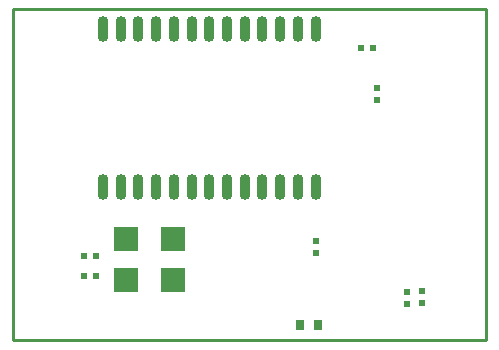
<source format=gbp>
%FSLAX25Y25*%
%MOIN*%
G70*
G01*
G75*
G04 Layer_Color=128*
%ADD10C,0.01500*%
%ADD11C,0.00800*%
%ADD12C,0.02000*%
%ADD13C,0.01000*%
%ADD14C,0.04000*%
%ADD15R,0.04724X0.09843*%
%ADD16R,0.02756X0.03347*%
%ADD17R,0.02362X0.02362*%
%ADD18O,0.00984X0.04724*%
%ADD19O,0.04724X0.00984*%
%ADD20O,0.04724X0.01772*%
%ADD21O,0.01772X0.04724*%
%ADD22R,0.04724X0.01772*%
%ADD23R,0.02362X0.02362*%
%ADD24R,0.04331X0.04724*%
%ADD25R,0.05118X0.03937*%
%ADD26R,0.07087X0.03937*%
%ADD27R,0.02756X0.04724*%
%ADD28R,0.02992X0.04724*%
%ADD29R,0.03150X0.04724*%
%ADD30R,0.03347X0.02756*%
%ADD31R,0.04724X0.01969*%
%ADD32R,0.03937X0.03150*%
%ADD33R,0.03937X0.07087*%
%ADD34C,0.03000*%
%ADD35C,0.03500*%
%ADD36C,0.17716*%
%ADD37C,0.07874*%
%ADD38C,0.05906*%
%ADD39R,0.05906X0.05906*%
%ADD40R,0.03937X0.03937*%
%ADD41C,0.03937*%
%ADD42O,0.04331X0.06693*%
%ADD43R,0.03937X0.03937*%
%ADD44R,0.05906X0.05906*%
%ADD45C,0.03000*%
%ADD46C,0.02000*%
%ADD47R,0.07874X0.07874*%
%ADD48O,0.03543X0.08661*%
%ADD49C,0.00500*%
%ADD50C,0.02362*%
%ADD51C,0.00984*%
%ADD52C,0.00787*%
%ADD53C,0.00591*%
%ADD54R,0.05524X0.10642*%
%ADD55R,0.03556X0.04147*%
%ADD56R,0.03162X0.03162*%
%ADD57O,0.01784X0.05524*%
%ADD58O,0.05524X0.01784*%
%ADD59O,0.05524X0.02572*%
%ADD60O,0.02572X0.05524*%
%ADD61R,0.05524X0.02572*%
%ADD62R,0.03162X0.03162*%
%ADD63R,0.05131X0.05524*%
%ADD64R,0.05918X0.04737*%
%ADD65R,0.07887X0.04737*%
%ADD66R,0.03556X0.05524*%
%ADD67R,0.03792X0.05524*%
%ADD68R,0.03950X0.05524*%
%ADD69R,0.04147X0.03556*%
%ADD70R,0.05524X0.02769*%
%ADD71R,0.04737X0.03950*%
%ADD72R,0.04737X0.07887*%
%ADD73C,0.18517*%
%ADD74C,0.08674*%
%ADD75C,0.06706*%
%ADD76R,0.06706X0.06706*%
%ADD77R,0.04737X0.04737*%
%ADD78C,0.04737*%
%ADD79O,0.05131X0.07493*%
%ADD80R,0.04737X0.04737*%
%ADD81R,0.06706X0.06706*%
%ADD82R,0.08674X0.08674*%
%ADD83O,0.04343X0.09461*%
D13*
X0Y0D02*
X157480D01*
Y-110236D02*
Y0D01*
X0Y-110236D02*
X157480D01*
X0D02*
Y0D01*
D16*
X101406Y-105200D02*
D03*
X95500D02*
D03*
D17*
X27400Y-82300D02*
D03*
X23463D02*
D03*
X27400Y-88925D02*
D03*
X23463D02*
D03*
X119900Y-13000D02*
D03*
X115963D02*
D03*
D23*
X100800Y-77194D02*
D03*
Y-81132D02*
D03*
X131325Y-94100D02*
D03*
Y-98037D02*
D03*
X136225Y-94000D02*
D03*
Y-97937D02*
D03*
X121147Y-26147D02*
D03*
Y-30084D02*
D03*
D47*
X37552Y-90200D02*
D03*
X53300D02*
D03*
X37552Y-76500D02*
D03*
X53300D02*
D03*
D48*
X100733Y-59178D02*
D03*
X94828D02*
D03*
X88922D02*
D03*
X83017D02*
D03*
X77111D02*
D03*
X71206D02*
D03*
X65300D02*
D03*
X59395D02*
D03*
X53489D02*
D03*
X47583D02*
D03*
X41678D02*
D03*
X35772D02*
D03*
X29867D02*
D03*
X100733Y-6422D02*
D03*
X94828D02*
D03*
X88922D02*
D03*
X83017D02*
D03*
X77111D02*
D03*
X71206D02*
D03*
X65300D02*
D03*
X59395D02*
D03*
X53489D02*
D03*
X47583D02*
D03*
X41678D02*
D03*
X35772D02*
D03*
X29867D02*
D03*
M02*

</source>
